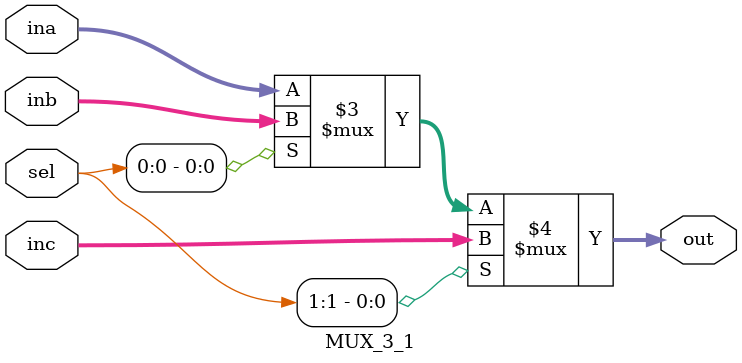
<source format=v>
`timescale 1ns / 1ps


module MUX_3_1(input[31:0] ina,inb,inc,
                input[1:0] sel,
                output[31:0] out);
        
        assign out = (sel[1] == 1'b1) ? inc : (sel[0] == 1'b1 ? inb : ina);
                    
endmodule

</source>
